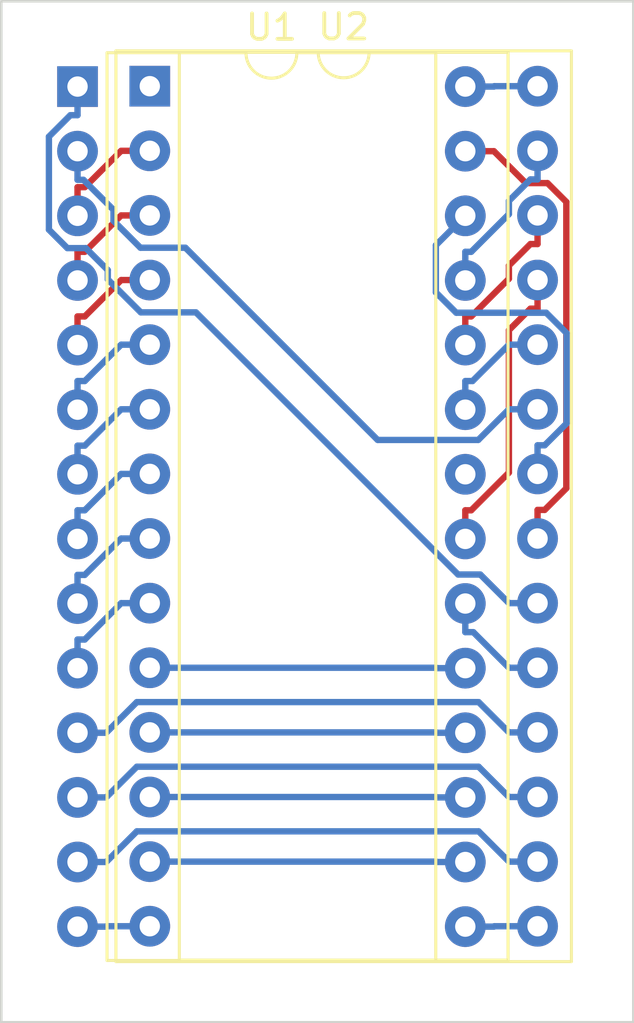
<source format=kicad_pcb>
(kicad_pcb (version 20221018) (generator pcbnew)
  (layers (0 "F.Cu" signal) (31 "B.Cu" signal) (34 "B.Paste" user) (35 "F.Paste" user) (36 "B.SilkS" user "B.Silkscreen") (37 "F.SilkS" user "F.Silkscreen") (38 "B.Mask" user) (39 "F.Mask" user) (44 "Edge.Cuts" user))
  (net 0 "")
  (net 2 "Net-(U1-A7)")
  (net 3 "Net-(U1-A6)")
  (net 4 "Net-(U1-A5)")
  (net 5 "Net-(U1-A4)")
  (net 6 "Net-(U1-A3)")
  (net 7 "Net-(U1-A2)")
  (net 8 "Net-(U1-A1)")
  (net 9 "Net-(U1-A0)")
  (net 10 "Net-(U1-D7)")
  (net 11 "Net-(U1-D6)")
  (net 12 "Net-(U1-D5)")
  (net 13 "Net-(U1-D4)")
  (net 14 "Net-(U1-GND)")
  (net 15 "Net-(U1-D3)")
  (net 16 "Net-(U1-D2)")
  (net 17 "Net-(U1-D1)")
  (net 18 "Net-(U1-D0)")
  (net 19 "Net-(U1-~{CE})")
  (net 20 "Net-(U1-A15)")
  (net 21 "Net-(U1-A14)")
  (net 22 "Net-(U1-A13)")
  (net 23 "Net-(U1-A12)")
  (net 24 "Net-(U1-A11)")
  (net 25 "Net-(U1-A10)")
  (net 26 "Net-(U1-A9)")
  (net 27 "Net-(U1-A8)")
  (net 28 "Net-(U1-VCC)")
  (footprint "Package_DIP:DIP-28_W15.24mm" (layer "F.Cu") (at 62.7888 41.8592)
    (fp_text reference "U1" (at 7.62 -2.33) (layer "F.SilkS"))
    (fp_text value "27C512")
    (fp_line (start 1.16 -1.33) (end 1.16 34.35) (stroke (width 0.12)) (layer "F.SilkS"))
    (fp_line (start 1.16 34.35) (end 14.08 34.35) (stroke (width 0.12)) (layer "F.SilkS"))
    (fp_line (start 6.62 -1.33) (end 1.16 -1.33) (stroke (width 0.12)) (layer "F.SilkS"))
    (fp_line (start 14.08 -1.33) (end 8.62 -1.33) (stroke (width 0.12)) (layer "F.SilkS"))
    (fp_line (start 14.08 34.35) (end 14.08 -1.33) (stroke (width 0.12)) (layer "F.SilkS"))
    (fp_arc (start 8.62 -1.33) (mid 7.62 -0.33) (end 6.62 -1.33) (stroke (width 0.12)) (layer "F.SilkS"))
    (pad "1" thru_hole rect (at 0 0) (size 1.6 1.6) (drill 0.8) (layers "*.Cu" "*.Mask") (net 20 "Net-(U1-A15)"))
    (pad "2" thru_hole oval (at 0 2.54) (size 1.6 1.6) (drill 0.8) (layers "*.Cu" "*.Mask") (net 23 "Net-(U1-A12)"))
    (pad "3" thru_hole oval (at 0 5.08) (size 1.6 1.6) (drill 0.8) (layers "*.Cu" "*.Mask") (net 2 "Net-(U1-A7)"))
    (pad "4" thru_hole oval (at 0 7.62) (size 1.6 1.6) (drill 0.8) (layers "*.Cu" "*.Mask") (net 3 "Net-(U1-A6)"))
    (pad "5" thru_hole oval (at 0 10.16) (size 1.6 1.6) (drill 0.8) (layers "*.Cu" "*.Mask") (net 4 "Net-(U1-A5)"))
    (pad "6" thru_hole oval (at 0 12.7) (size 1.6 1.6) (drill 0.8) (layers "*.Cu" "*.Mask") (net 5 "Net-(U1-A4)"))
    (pad "7" thru_hole oval (at 0 15.24) (size 1.6 1.6) (drill 0.8) (layers "*.Cu" "*.Mask") (net 6 "Net-(U1-A3)"))
    (pad "8" thru_hole oval (at 0 17.78) (size 1.6 1.6) (drill 0.8) (layers "*.Cu" "*.Mask") (net 7 "Net-(U1-A2)"))
    (pad "9" thru_hole oval (at 0 20.32) (size 1.6 1.6) (drill 0.8) (layers "*.Cu" "*.Mask") (net 8 "Net-(U1-A1)"))
    (pad "10" thru_hole oval (at 0 22.86) (size 1.6 1.6) (drill 0.8) (layers "*.Cu" "*.Mask") (net 9 "Net-(U1-A0)"))
    (pad "11" thru_hole oval (at 0 25.4) (size 1.6 1.6) (drill 0.8) (layers "*.Cu" "*.Mask") (net 18 "Net-(U1-D0)"))
    (pad "12" thru_hole oval (at 0 27.94) (size 1.6 1.6) (drill 0.8) (layers "*.Cu" "*.Mask") (net 17 "Net-(U1-D1)"))
    (pad "13" thru_hole oval (at 0 30.48) (size 1.6 1.6) (drill 0.8) (layers "*.Cu" "*.Mask") (net 16 "Net-(U1-D2)"))
    (pad "14" thru_hole oval (at 0 33.02) (size 1.6 1.6) (drill 0.8) (layers "*.Cu" "*.Mask") (net 14 "Net-(U1-GND)"))
    (pad "15" thru_hole oval (at 15.24 33.02) (size 1.6 1.6) (drill 0.8) (layers "*.Cu" "*.Mask") (net 15 "Net-(U1-D3)"))
    (pad "16" thru_hole oval (at 15.24 30.48) (size 1.6 1.6) (drill 0.8) (layers "*.Cu" "*.Mask") (net 13 "Net-(U1-D4)"))
    (pad "17" thru_hole oval (at 15.24 27.94) (size 1.6 1.6) (drill 0.8) (layers "*.Cu" "*.Mask") (net 12 "Net-(U1-D5)"))
    (pad "18" thru_hole oval (at 15.24 25.4) (size 1.6 1.6) (drill 0.8) (layers "*.Cu" "*.Mask") (net 11 "Net-(U1-D6)"))
    (pad "19" thru_hole oval (at 15.24 22.86) (size 1.6 1.6) (drill 0.8) (layers "*.Cu" "*.Mask") (net 10 "Net-(U1-D7)"))
    (pad "20" thru_hole oval (at 15.24 20.32) (size 1.6 1.6) (drill 0.8) (layers "*.Cu" "*.Mask") (net 19 "Net-(U1-~{CE})"))
    (pad "21" thru_hole oval (at 15.24 17.78) (size 1.6 1.6) (drill 0.8) (layers "*.Cu" "*.Mask") (net 25 "Net-(U1-A10)"))
    (pad "22" thru_hole oval (at 15.24 15.24) (size 1.6 1.6) (drill 0.8) (layers "*.Cu" "*.Mask"))
    (pad "23" thru_hole oval (at 15.24 12.7) (size 1.6 1.6) (drill 0.8) (layers "*.Cu" "*.Mask") (net 24 "Net-(U1-A11)"))
    (pad "24" thru_hole oval (at 15.24 10.16) (size 1.6 1.6) (drill 0.8) (layers "*.Cu" "*.Mask") (net 26 "Net-(U1-A9)"))
    (pad "25" thru_hole oval (at 15.24 7.62) (size 1.6 1.6) (drill 0.8) (layers "*.Cu" "*.Mask") (net 27 "Net-(U1-A8)"))
    (pad "26" thru_hole oval (at 15.24 5.08) (size 1.6 1.6) (drill 0.8) (layers "*.Cu" "*.Mask") (net 22 "Net-(U1-A13)"))
    (pad "27" thru_hole oval (at 15.24 2.54) (size 1.6 1.6) (drill 0.8) (layers "*.Cu" "*.Mask") (net 21 "Net-(U1-A14)"))
    (pad "28" thru_hole oval (at 15.24 0) (size 1.6 1.6) (drill 0.8) (layers "*.Cu" "*.Mask") (net 28 "Net-(U1-VCC)"))
  )
  (footprint "Package_DIP:DIP-28_W15.24mm_Socket" (layer "F.Cu") (at 65.6286 41.8442)
    (fp_text reference "U2" (at 7.62 -2.33) (layer "F.SilkS"))
    (fp_text value "КР556РТ2")
    (fp_line (start -1.33 -1.39) (end -1.33 34.41) (stroke (width 0.12)) (layer "F.SilkS"))
    (fp_line (start -1.33 34.41) (end 16.57 34.41) (stroke (width 0.12)) (layer "F.SilkS"))
    (fp_line (start 1.16 -1.33) (end 1.16 34.35) (stroke (width 0.12)) (layer "F.SilkS"))
    (fp_line (start 1.16 34.35) (end 14.08 34.35) (stroke (width 0.12)) (layer "F.SilkS"))
    (fp_line (start 6.62 -1.33) (end 1.16 -1.33) (stroke (width 0.12)) (layer "F.SilkS"))
    (fp_line (start 14.08 -1.33) (end 8.62 -1.33) (stroke (width 0.12)) (layer "F.SilkS"))
    (fp_line (start 14.08 34.35) (end 14.08 -1.33) (stroke (width 0.12)) (layer "F.SilkS"))
    (fp_line (start 16.57 -1.39) (end -1.33 -1.39) (stroke (width 0.12)) (layer "F.SilkS"))
    (fp_line (start 16.57 34.41) (end 16.57 -1.39) (stroke (width 0.12)) (layer "F.SilkS"))
    (fp_arc (start 8.62 -1.33) (mid 7.62 -0.33) (end 6.62 -1.33) (stroke (width 0.12)) (layer "F.SilkS"))
    (pad "1" thru_hole rect (at 0 0) (size 1.6 1.6) (drill 0.8) (layers "*.Cu" "*.Mask"))
    (pad "2" thru_hole oval (at 0 2.54) (size 1.6 1.6) (drill 0.8) (layers "*.Cu" "*.Mask") (net 2 "Net-(U1-A7)"))
    (pad "3" thru_hole oval (at 0 5.08) (size 1.6 1.6) (drill 0.8) (layers "*.Cu" "*.Mask") (net 3 "Net-(U1-A6)"))
    (pad "4" thru_hole oval (at 0 7.62) (size 1.6 1.6) (drill 0.8) (layers "*.Cu" "*.Mask") (net 4 "Net-(U1-A5)"))
    (pad "5" thru_hole oval (at 0 10.16) (size 1.6 1.6) (drill 0.8) (layers "*.Cu" "*.Mask") (net 5 "Net-(U1-A4)"))
    (pad "6" thru_hole oval (at 0 12.7) (size 1.6 1.6) (drill 0.8) (layers "*.Cu" "*.Mask") (net 6 "Net-(U1-A3)"))
    (pad "7" thru_hole oval (at 0 15.24) (size 1.6 1.6) (drill 0.8) (layers "*.Cu" "*.Mask") (net 7 "Net-(U1-A2)"))
    (pad "8" thru_hole oval (at 0 17.78) (size 1.6 1.6) (drill 0.8) (layers "*.Cu" "*.Mask") (net 8 "Net-(U1-A1)"))
    (pad "9" thru_hole oval (at 0 20.32) (size 1.6 1.6) (drill 0.8) (layers "*.Cu" "*.Mask") (net 9 "Net-(U1-A0)"))
    (pad "10" thru_hole oval (at 0 22.86) (size 1.6 1.6) (drill 0.8) (layers "*.Cu" "*.Mask") (net 10 "Net-(U1-D7)"))
    (pad "11" thru_hole oval (at 0 25.4) (size 1.6 1.6) (drill 0.8) (layers "*.Cu" "*.Mask") (net 11 "Net-(U1-D6)"))
    (pad "12" thru_hole oval (at 0 27.94) (size 1.6 1.6) (drill 0.8) (layers "*.Cu" "*.Mask") (net 12 "Net-(U1-D5)"))
    (pad "13" thru_hole oval (at 0 30.48) (size 1.6 1.6) (drill 0.8) (layers "*.Cu" "*.Mask") (net 13 "Net-(U1-D4)"))
    (pad "14" thru_hole oval (at 0 33.02) (size 1.6 1.6) (drill 0.8) (layers "*.Cu" "*.Mask") (net 14 "Net-(U1-GND)"))
    (pad "15" thru_hole oval (at 15.24 33.02) (size 1.6 1.6) (drill 0.8) (layers "*.Cu" "*.Mask") (net 15 "Net-(U1-D3)"))
    (pad "16" thru_hole oval (at 15.24 30.48) (size 1.6 1.6) (drill 0.8) (layers "*.Cu" "*.Mask") (net 16 "Net-(U1-D2)"))
    (pad "17" thru_hole oval (at 15.24 27.94) (size 1.6 1.6) (drill 0.8) (layers "*.Cu" "*.Mask") (net 17 "Net-(U1-D1)"))
    (pad "18" thru_hole oval (at 15.24 25.4) (size 1.6 1.6) (drill 0.8) (layers "*.Cu" "*.Mask") (net 18 "Net-(U1-D0)"))
    (pad "19" thru_hole oval (at 15.24 22.86) (size 1.6 1.6) (drill 0.8) (layers "*.Cu" "*.Mask") (net 19 "Net-(U1-~{CE})"))
    (pad "20" thru_hole oval (at 15.24 20.32) (size 1.6 1.6) (drill 0.8) (layers "*.Cu" "*.Mask") (net 20 "Net-(U1-A15)"))
    (pad "21" thru_hole oval (at 15.24 17.78) (size 1.6 1.6) (drill 0.8) (layers "*.Cu" "*.Mask") (net 21 "Net-(U1-A14)"))
    (pad "22" thru_hole oval (at 15.24 15.24) (size 1.6 1.6) (drill 0.8) (layers "*.Cu" "*.Mask") (net 22 "Net-(U1-A13)"))
    (pad "23" thru_hole oval (at 15.24 12.7) (size 1.6 1.6) (drill 0.8) (layers "*.Cu" "*.Mask") (net 23 "Net-(U1-A12)"))
    (pad "24" thru_hole oval (at 15.24 10.16) (size 1.6 1.6) (drill 0.8) (layers "*.Cu" "*.Mask") (net 24 "Net-(U1-A11)"))
    (pad "25" thru_hole oval (at 15.24 7.62) (size 1.6 1.6) (drill 0.8) (layers "*.Cu" "*.Mask") (net 25 "Net-(U1-A10)"))
    (pad "26" thru_hole oval (at 15.24 5.08) (size 1.6 1.6) (drill 0.8) (layers "*.Cu" "*.Mask") (net 26 "Net-(U1-A9)"))
    (pad "27" thru_hole oval (at 15.24 2.54) (size 1.6 1.6) (drill 0.8) (layers "*.Cu" "*.Mask") (net 27 "Net-(U1-A8)"))
    (pad "28" thru_hole oval (at 15.24 0) (size 1.6 1.6) (drill 0.8) (layers "*.Cu" "*.Mask") (net 28 "Net-(U1-VCC)"))
  )
  (gr_rect (start 59.7916 38.5064) (end 84.6328 78.6384) (stroke (width 0.1)) (fill none) (layer "Edge.Cuts"))
  (segment (start 64.5035 44.3842) (end 63.0736 45.8141) (width 0.25) (layer "F.Cu") (net 2))
  (segment (start 62.7888 46.9392) (end 62.7888 45.8141) (width 0.25) (layer "F.Cu") (net 2))
  (segment (start 65.6286 44.3842) (end 64.5035 44.3842) (width 0.25) (layer "F.Cu") (net 2))
  (segment (start 63.0736 45.8141) (end 62.7888 45.8141) (width 0.25) (layer "F.Cu") (net 2))
  (segment (start 62.7888 49.4792) (end 62.7888 48.3541) (width 0.25) (layer "F.Cu") (net 3))
  (segment (start 65.6286 46.9242) (end 64.5035 46.9242) (width 0.25) (layer "F.Cu") (net 3))
  (segment (start 64.5035 46.9242) (end 63.0736 48.3541) (width 0.25) (layer "F.Cu") (net 3))
  (segment (start 63.0736 48.3541) (end 62.7888 48.3541) (width 0.25) (layer "F.Cu") (net 3))
  (segment (start 62.7888 52.0192) (end 62.7888 50.8941) (width 0.25) (layer "F.Cu") (net 4))
  (segment (start 63.0736 50.8941) (end 62.7888 50.8941) (width 0.25) (layer "F.Cu") (net 4))
  (segment (start 64.5035 49.4642) (end 63.0736 50.8941) (width 0.25) (layer "F.Cu") (net 4))
  (segment (start 65.6286 49.4642) (end 64.5035 49.4642) (width 0.25) (layer "F.Cu") (net 4))
  (segment (start 64.5035 52.0042) (end 63.0736 53.4341) (width 0.25) (layer "B.Cu") (net 5))
  (segment (start 62.7888 54.5592) (end 62.7888 53.4341) (width 0.25) (layer "B.Cu") (net 5))
  (segment (start 65.6286 52.0042) (end 64.5035 52.0042) (width 0.25) (layer "B.Cu") (net 5))
  (segment (start 63.0736 53.4341) (end 62.7888 53.4341) (width 0.25) (layer "B.Cu") (net 5))
  (segment (start 62.7888 57.0992) (end 62.7888 55.9741) (width 0.25) (layer "B.Cu") (net 6))
  (segment (start 64.5035 54.5442) (end 63.0736 55.9741) (width 0.25) (layer "B.Cu") (net 6))
  (segment (start 65.6286 54.5442) (end 64.5035 54.5442) (width 0.25) (layer "B.Cu") (net 6))
  (segment (start 63.0736 55.9741) (end 62.7888 55.9741) (width 0.25) (layer "B.Cu") (net 6))
  (segment (start 64.5035 57.0842) (end 63.0736 58.5141) (width 0.25) (layer "B.Cu") (net 7))
  (segment (start 62.7888 59.6392) (end 62.7888 58.5141) (width 0.25) (layer "B.Cu") (net 7))
  (segment (start 65.6286 57.0842) (end 64.5035 57.0842) (width 0.25) (layer "B.Cu") (net 7))
  (segment (start 63.0736 58.5141) (end 62.7888 58.5141) (width 0.25) (layer "B.Cu") (net 7))
  (segment (start 63.0736 61.0541) (end 62.7888 61.0541) (width 0.25) (layer "B.Cu") (net 8))
  (segment (start 65.6286 59.6242) (end 64.5035 59.6242) (width 0.25) (layer "B.Cu") (net 8))
  (segment (start 64.5035 59.6242) (end 63.0736 61.0541) (width 0.25) (layer "B.Cu") (net 8))
  (segment (start 62.7888 62.1792) (end 62.7888 61.0541) (width 0.25) (layer "B.Cu") (net 8))
  (segment (start 64.5035 62.1642) (end 63.0736 63.5941) (width 0.25) (layer "B.Cu") (net 9))
  (segment (start 65.6286 62.1642) (end 64.5035 62.1642) (width 0.25) (layer "B.Cu") (net 9))
  (segment (start 63.0736 63.5941) (end 62.7888 63.5941) (width 0.25) (layer "B.Cu") (net 9))
  (segment (start 62.7888 64.7192) (end 62.7888 63.5941) (width 0.25) (layer "B.Cu") (net 9))
  (segment (start 65.6286 64.7042) (end 76.8887 64.7042) (width 0.25) (layer "B.Cu") (net 10))
  (segment (start 78.0288 64.7192) (end 76.9037 64.7192) (width 0.25) (layer "B.Cu") (net 10))
  (segment (start 76.8887 64.7042) (end 76.9037 64.7192) (width 0.25) (layer "B.Cu") (net 10))
  (segment (start 76.8887 67.2442) (end 76.9037 67.2592) (width 0.25) (layer "B.Cu") (net 11))
  (segment (start 65.6286 67.2442) (end 76.8887 67.2442) (width 0.25) (layer "B.Cu") (net 11))
  (segment (start 78.0288 67.2592) (end 76.9037 67.2592) (width 0.25) (layer "B.Cu") (net 11))
  (segment (start 65.6286 69.7842) (end 76.8887 69.7842) (width 0.25) (layer "B.Cu") (net 12))
  (segment (start 78.0288 69.7992) (end 76.9037 69.7992) (width 0.25) (layer "B.Cu") (net 12))
  (segment (start 76.8887 69.7842) (end 76.9037 69.7992) (width 0.25) (layer "B.Cu") (net 12))
  (segment (start 78.0288 72.3392) (end 76.9037 72.3392) (width 0.25) (layer "B.Cu") (net 13))
  (segment (start 76.8887 72.3242) (end 76.9037 72.3392) (width 0.25) (layer "B.Cu") (net 13))
  (segment (start 65.6286 72.3242) (end 76.8887 72.3242) (width 0.25) (layer "B.Cu") (net 13))
  (segment (start 63.9289 74.8642) (end 63.9139 74.8792) (width 0.25) (layer "B.Cu") (net 14))
  (segment (start 62.7888 74.8792) (end 63.9139 74.8792) (width 0.25) (layer "B.Cu") (net 14))
  (segment (start 65.6286 74.8642) (end 63.9289 74.8642) (width 0.25) (layer "B.Cu") (net 14))
  (segment (start 78.0288 74.8792) (end 79.1539 74.8792) (width 0.25) (layer "B.Cu") (net 15))
  (segment (start 79.1689 74.8642) (end 79.1539 74.8792) (width 0.25) (layer "B.Cu") (net 15))
  (segment (start 80.8686 74.8642) (end 79.1689 74.8642) (width 0.25) (layer "B.Cu") (net 15))
  (segment (start 62.7888 72.3392) (end 63.9139 72.3392) (width 0.25) (layer "B.Cu") (net 16))
  (segment (start 79.7435 72.3242) (end 78.5529 71.1336) (width 0.25) (layer "B.Cu") (net 16))
  (segment (start 80.8686 72.3242) (end 79.7435 72.3242) (width 0.25) (layer "B.Cu") (net 16))
  (segment (start 78.5529 71.1336) (end 65.1195 71.1336) (width 0.25) (layer "B.Cu") (net 16))
  (segment (start 65.1195 71.1336) (end 63.9139 72.3392) (width 0.25) (layer "B.Cu") (net 16))
  (segment (start 80.8686 69.7842) (end 79.7435 69.7842) (width 0.25) (layer "B.Cu") (net 17))
  (segment (start 79.7435 69.7842) (end 78.5529 68.5936) (width 0.25) (layer "B.Cu") (net 17))
  (segment (start 65.1195 68.5936) (end 63.9139 69.7992) (width 0.25) (layer "B.Cu") (net 17))
  (segment (start 62.7888 69.7992) (end 63.9139 69.7992) (width 0.25) (layer "B.Cu") (net 17))
  (segment (start 78.5529 68.5936) (end 65.1195 68.5936) (width 0.25) (layer "B.Cu") (net 17))
  (segment (start 79.7435 67.2442) (end 78.5529 66.0536) (width 0.25) (layer "B.Cu") (net 18))
  (segment (start 65.1195 66.0536) (end 63.9139 67.2592) (width 0.25) (layer "B.Cu") (net 18))
  (segment (start 78.5529 66.0536) (end 65.1195 66.0536) (width 0.25) (layer "B.Cu") (net 18))
  (segment (start 80.8686 67.2442) (end 79.7435 67.2442) (width 0.25) (layer "B.Cu") (net 18))
  (segment (start 62.7888 67.2592) (end 63.9139 67.2592) (width 0.25) (layer "B.Cu") (net 18))
  (segment (start 79.7435 64.7042) (end 78.3436 63.3043) (width 0.25) (layer "B.Cu") (net 19))
  (segment (start 78.3436 63.3043) (end 78.0288 63.3043) (width 0.25) (layer "B.Cu") (net 19))
  (segment (start 80.8686 64.7042) (end 79.7435 64.7042) (width 0.25) (layer "B.Cu") (net 19))
  (segment (start 78.0288 62.1792) (end 78.0288 63.3043) (width 0.25) (layer "B.Cu") (net 19))
  (segment (start 63.9786 49.4381) (end 63.9786 49.073) (width 0.25) (layer "B.Cu") (net 20))
  (segment (start 62.5074 42.9843) (end 62.7888 42.9843) (width 0.25) (layer "B.Cu") (net 20))
  (segment (start 63.9786 49.073) (end 63.1148 48.2092) (width 0.25) (layer "B.Cu") (net 20))
  (segment (start 79.7435 62.1642) (end 78.6184 61.0391) (width 0.25) (layer "B.Cu") (net 20))
  (segment (start 62.7888 41.8592) (end 62.7888 42.9843) (width 0.25) (layer "B.Cu") (net 20))
  (segment (start 62.3891 48.2092) (end 61.6637 47.4838) (width 0.25) (layer "B.Cu") (net 20))
  (segment (start 61.6637 43.828) (end 62.5074 42.9843) (width 0.25) (layer "B.Cu") (net 20))
  (segment (start 65.2747 50.7342) (end 63.9786 49.4381) (width 0.25) (layer "B.Cu") (net 20))
  (segment (start 78.6184 61.0391) (end 77.7462 61.0391) (width 0.25) (layer "B.Cu") (net 20))
  (segment (start 77.7462 61.0391) (end 67.4413 50.7342) (width 0.25) (layer "B.Cu") (net 20))
  (segment (start 63.1148 48.2092) (end 62.3891 48.2092) (width 0.25) (layer "B.Cu") (net 20))
  (segment (start 61.6637 47.4838) (end 61.6637 43.828) (width 0.25) (layer "B.Cu") (net 20))
  (segment (start 67.4413 50.7342) (end 65.2747 50.7342) (width 0.25) (layer "B.Cu") (net 20))
  (segment (start 80.8686 62.1642) (end 79.7435 62.1642) (width 0.25) (layer "B.Cu") (net 20))
  (segment (start 81.26 45.6542) (end 80.4089 45.6542) (width 0.25) (layer "F.Cu") (net 21))
  (segment (start 81.9986 57.6504) (end 81.9986 46.3928) (width 0.25) (layer "F.Cu") (net 21))
  (segment (start 81.9986 46.3928) (end 81.26 45.6542) (width 0.25) (layer "F.Cu") (net 21))
  (segment (start 78.0288 44.3992) (end 79.1539 44.3992) (width 0.25) (layer "F.Cu") (net 21))
  (segment (start 80.8686 58.4991) (end 81.1499 58.4991) (width 0.25) (layer "F.Cu") (net 21))
  (segment (start 80.4089 45.6542) (end 79.1539 44.3992) (width 0.25) (layer "F.Cu") (net 21))
  (segment (start 81.1499 58.4991) (end 81.9986 57.6504) (width 0.25) (layer "F.Cu") (net 21))
  (segment (start 80.8686 59.6242) (end 80.8686 58.4991) (width 0.25) (layer "F.Cu") (net 21))
  (segment (start 77.6728 50.7492) (end 76.8718 49.9482) (width 0.25) (layer "B.Cu") (net 22))
  (segment (start 76.8718 49.9482) (end 76.8718 48.0962) (width 0.25) (layer "B.Cu") (net 22))
  (segment (start 76.8718 48.0962) (end 78.0288 46.9392) (width 0.25) (layer "B.Cu") (net 22))
  (segment (start 82.011 55.098) (end 82.011 51.5521) (width 0.25) (layer "B.Cu") (net 22))
  (segment (start 81.1499 55.9591) (end 82.011 55.098) (width 0.25) (layer "B.Cu") (net 22))
  (segment (start 80.8686 55.9591) (end 81.1499 55.9591) (width 0.25) (layer "B.Cu") (net 22))
  (segment (start 82.011 51.5521) (end 81.2081 50.7492) (width 0.25) (layer "B.Cu") (net 22))
  (segment (start 81.2081 50.7492) (end 77.6728 50.7492) (width 0.25) (layer "B.Cu") (net 22))
  (segment (start 80.8686 57.0842) (end 80.8686 55.9591) (width 0.25) (layer "B.Cu") (net 22))
  (segment (start 62.7888 44.3992) (end 62.7888 45.5243) (width 0.25) (layer "B.Cu") (net 23))
  (segment (start 80.8686 54.5442) (end 79.7435 54.5442) (width 0.25) (layer "B.Cu") (net 23))
  (segment (start 64.2036 47.1366) (end 64.2036 46.706) (width 0.25) (layer "B.Cu") (net 23))
  (segment (start 74.5839 55.7489) (end 67.0292 48.1942) (width 0.25) (layer "B.Cu") (net 23))
  (segment (start 64.2036 46.706) (end 63.0219 45.5243) (width 0.25) (layer "B.Cu") (net 23))
  (segment (start 79.7435 54.5442) (end 78.5388 55.7489) (width 0.25) (layer "B.Cu") (net 23))
  (segment (start 65.2612 48.1942) (end 64.2036 47.1366) (width 0.25) (layer "B.Cu") (net 23))
  (segment (start 63.0219 45.5243) (end 62.7888 45.5243) (width 0.25) (layer "B.Cu") (net 23))
  (segment (start 67.0292 48.1942) (end 65.2612 48.1942) (width 0.25) (layer "B.Cu") (net 23))
  (segment (start 78.5388 55.7489) (end 74.5839 55.7489) (width 0.25) (layer "B.Cu") (net 23))
  (segment (start 78.3136 53.4341) (end 78.0288 53.4341) (width 0.25) (layer "B.Cu") (net 24))
  (segment (start 80.8686 52.0042) (end 79.7435 52.0042) (width 0.25) (layer "B.Cu") (net 24))
  (segment (start 79.7435 52.0042) (end 78.3136 53.4341) (width 0.25) (layer "B.Cu") (net 24))
  (segment (start 78.0288 54.5592) (end 78.0288 53.4341) (width 0.25) (layer "B.Cu") (net 24))
  (segment (start 80.5872 50.5893) (end 79.7435 51.433) (width 0.25) (layer "F.Cu") (net 25))
  (segment (start 78.0288 59.6392) (end 78.0288 58.5141) (width 0.25) (layer "F.Cu") (net 25))
  (segment (start 80.8686 50.5893) (end 80.5872 50.5893) (width 0.25) (layer "F.Cu") (net 25))
  (segment (start 79.7435 57.0325) (end 78.2619 58.5141) (width 0.25) (layer "F.Cu") (net 25))
  (segment (start 79.7435 51.433) (end 79.7435 57.0325) (width 0.25) (layer "F.Cu") (net 25))
  (segment (start 80.8686 49.4642) (end 80.8686 50.5893) (width 0.25) (layer "F.Cu") (net 25))
  (segment (start 78.2619 58.5141) (end 78.0288 58.5141) (width 0.25) (layer "F.Cu") (net 25))
  (segment (start 79.7435 48.893) (end 79.7435 49.4125) (width 0.25) (layer "F.Cu") (net 26))
  (segment (start 80.5872 48.0493) (end 79.7435 48.893) (width 0.25) (layer "F.Cu") (net 26))
  (segment (start 80.8686 48.0493) (end 80.5872 48.0493) (width 0.25) (layer "F.Cu") (net 26))
  (segment (start 79.7435 49.4125) (end 78.2619 50.8941) (width 0.25) (layer "F.Cu") (net 26))
  (segment (start 80.8686 46.9242) (end 80.8686 48.0493) (width 0.25) (layer "F.Cu") (net 26))
  (segment (start 78.0288 52.0192) (end 78.0288 50.8941) (width 0.25) (layer "F.Cu") (net 26))
  (segment (start 78.2619 50.8941) (end 78.0288 50.8941) (width 0.25) (layer "F.Cu") (net 26))
  (segment (start 80.8686 45.5093) (end 80.5872 45.5093) (width 0.25) (layer "B.Cu") (net 27))
  (segment (start 78.2619 48.3541) (end 78.0288 48.3541) (width 0.25) (layer "B.Cu") (net 27))
  (segment (start 79.7435 46.353) (end 79.7435 46.8725) (width 0.25) (layer "B.Cu") (net 27))
  (segment (start 80.8686 44.3842) (end 80.8686 45.5093) (width 0.25) (layer "B.Cu") (net 27))
  (segment (start 78.0288 49.4792) (end 78.0288 48.3541) (width 0.25) (layer "B.Cu") (net 27))
  (segment (start 80.5872 45.5093) (end 79.7435 46.353) (width 0.25) (layer "B.Cu") (net 27))
  (segment (start 79.7435 46.8725) (end 78.2619 48.3541) (width 0.25) (layer "B.Cu") (net 27))
  (segment (start 80.8686 41.8442) (end 79.1689 41.8442) (width 0.25) (layer "B.Cu") (net 28))
  (segment (start 78.0288 41.8592) (end 79.1539 41.8592) (width 0.25) (layer "B.Cu") (net 28))
  (segment (start 79.1689 41.8442) (end 79.1539 41.8592) (width 0.25) (layer "B.Cu") (net 28))
)
</source>
